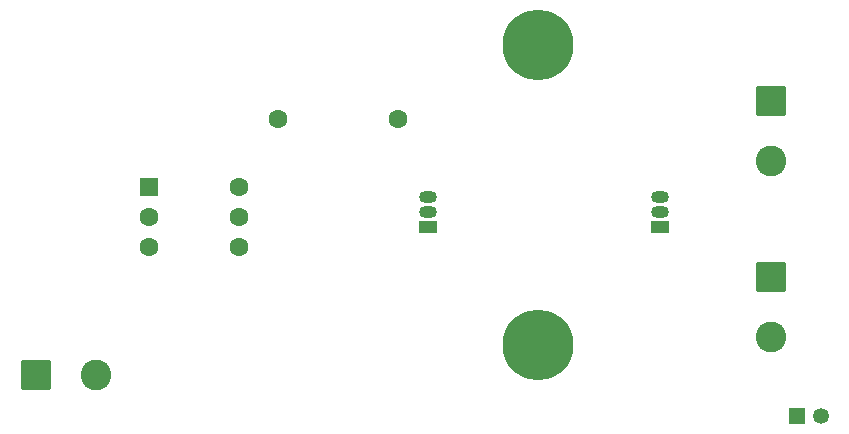
<source format=gbr>
%TF.GenerationSoftware,KiCad,Pcbnew,9.0.2*%
%TF.CreationDate,2025-07-21T18:03:53+01:00*%
%TF.ProjectId,ISOLATION,49534f4c-4154-4494-9f4e-2e6b69636164,rev?*%
%TF.SameCoordinates,Original*%
%TF.FileFunction,Soldermask,Bot*%
%TF.FilePolarity,Negative*%
%FSLAX46Y46*%
G04 Gerber Fmt 4.6, Leading zero omitted, Abs format (unit mm)*
G04 Created by KiCad (PCBNEW 9.0.2) date 2025-07-21 18:03:53*
%MOMM*%
%LPD*%
G01*
G04 APERTURE LIST*
G04 Aperture macros list*
%AMRoundRect*
0 Rectangle with rounded corners*
0 $1 Rounding radius*
0 $2 $3 $4 $5 $6 $7 $8 $9 X,Y pos of 4 corners*
0 Add a 4 corners polygon primitive as box body*
4,1,4,$2,$3,$4,$5,$6,$7,$8,$9,$2,$3,0*
0 Add four circle primitives for the rounded corners*
1,1,$1+$1,$2,$3*
1,1,$1+$1,$4,$5*
1,1,$1+$1,$6,$7*
1,1,$1+$1,$8,$9*
0 Add four rect primitives between the rounded corners*
20,1,$1+$1,$2,$3,$4,$5,0*
20,1,$1+$1,$4,$5,$6,$7,0*
20,1,$1+$1,$6,$7,$8,$9,0*
20,1,$1+$1,$8,$9,$2,$3,0*%
G04 Aperture macros list end*
%ADD10RoundRect,0.250000X-1.050000X1.050000X-1.050000X-1.050000X1.050000X-1.050000X1.050000X1.050000X0*%
%ADD11C,2.600000*%
%ADD12R,1.350000X1.350000*%
%ADD13C,1.350000*%
%ADD14RoundRect,0.250000X-1.050000X-1.050000X1.050000X-1.050000X1.050000X1.050000X-1.050000X1.050000X0*%
%ADD15R,1.500000X1.050000*%
%ADD16O,1.500000X1.050000*%
%ADD17C,1.600000*%
%ADD18C,6.000000*%
%ADD19RoundRect,0.250000X-0.550000X-0.550000X0.550000X-0.550000X0.550000X0.550000X-0.550000X0.550000X0*%
G04 APERTURE END LIST*
D10*
%TO.C,J3*%
X181090000Y-95320000D03*
D11*
X181090000Y-100400000D03*
%TD*%
D12*
%TO.C,J4*%
X183310000Y-107030000D03*
D13*
X185310000Y-107030000D03*
%TD*%
D14*
%TO.C,J1*%
X118815000Y-103562500D03*
D11*
X123895000Y-103562500D03*
%TD*%
D15*
%TO.C,Q2*%
X171680000Y-91090000D03*
D16*
X171680000Y-89820000D03*
X171680000Y-88550000D03*
%TD*%
D15*
%TO.C,Q1*%
X152030000Y-91090000D03*
D16*
X152030000Y-89820000D03*
X152030000Y-88550000D03*
%TD*%
D17*
%TO.C,R3*%
X139350000Y-81910000D03*
X149510000Y-81910000D03*
%TD*%
D10*
%TO.C,J2*%
X181090000Y-80410000D03*
D11*
X181090000Y-85490000D03*
%TD*%
D18*
%TO.C,HS1*%
X161390000Y-101060000D03*
X161390000Y-75660000D03*
%TD*%
D19*
%TO.C,U1*%
X128415000Y-87685000D03*
D17*
X128415000Y-90225000D03*
X128415000Y-92765000D03*
X136035000Y-92765000D03*
X136035000Y-90225000D03*
X136035000Y-87685000D03*
%TD*%
M02*

</source>
